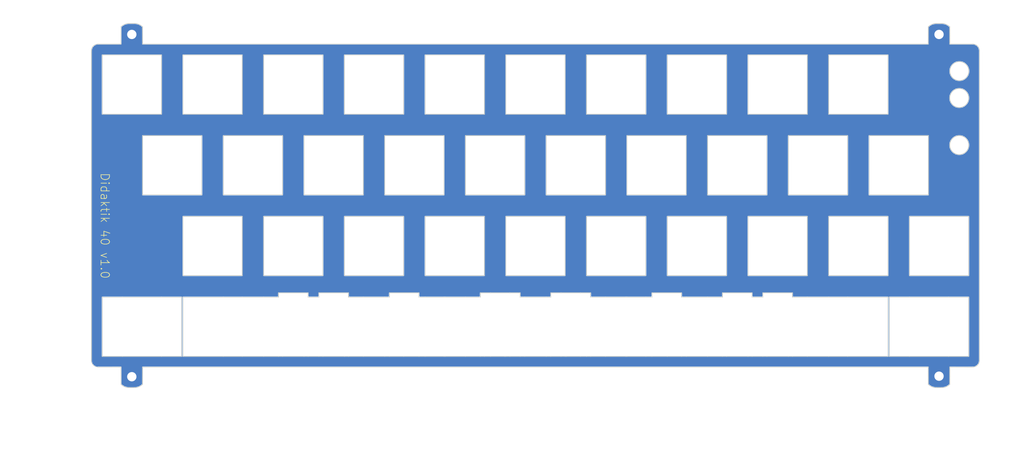
<source format=kicad_pcb>
(kicad_pcb (version 20221018) (generator pcbnew)
  (layers (0 "F.Cu" signal) (31 "B.Cu" signal) (34 "B.Paste" user) (35 "F.Paste" user) (36 "B.SilkS" user "B.Silkscreen") (37 "F.SilkS" user "F.Silkscreen") (38 "B.Mask" user) (39 "F.Mask" user) (44 "Edge.Cuts" user))
  (net 0 "")
  (footprint "MountingHole:MountingHole_2.2mm_M2" (layer "F.Cu") (at 231.775 110.109)
    (fp_text reference "REF**" hide)
    (fp_text value "MountingHole_2.2mm_M2" hide)
    (pad "" np_thru_hole circle (at 0 0) (size 2.2 2.2) (drill 2.2) (layers "*.Cu" "*.Mask"))
  )
  (footprint "MountingHole:MountingHole_2.2mm_M2" (layer "F.Cu") (at 231.775 29.464)
    (fp_text reference "REF**" hide)
    (fp_text value "MountingHole_2.2mm_M2" hide)
    (pad "" np_thru_hole circle (at 0 0) (size 2.2 2.2) (drill 2.2) (layers "*.Cu" "*.Mask"))
  )
  (footprint "MountingHole:MountingHole_2.2mm_M2" (layer "F.Cu") (at 41.275 110.236)
    (fp_text reference "REF**" hide)
    (fp_text value "MountingHole_2.2mm_M2" hide)
    (pad "" np_thru_hole circle (at 0 0) (size 2.2 2.2) (drill 2.2) (layers "*.Cu" "*.Mask"))
  )
  (footprint "MountingHole:MountingHole_2.2mm_M2" (layer "F.Cu") (at 41.275 29.464)
    (fp_text reference "REF**" hide)
    (fp_text value "MountingHole_2.2mm_M2" hide)
    (pad "" np_thru_hole circle (at 0 0) (size 2.2 2.2) (drill 2.2) (layers "*.Cu" "*.Mask"))
  )
  (gr_line (start 238.79 105.44) (end 238.79 91.44) (stroke (width 0.2)) (layer "Edge.Cuts"))
  (gr_line (start 125.928 105.44) (end 129.2525 105.44) (stroke (width 0.2)) (layer "Edge.Cuts"))
  (gr_line (start 76.865 53.34) (end 62.865 53.34) (stroke (width 0.2)) (layer "Edge.Cuts"))
  (gr_line (start 148.59 72.39) (end 148.59 86.39) (stroke (width 0.2)) (layer "Edge.Cuts"))
  (gr_line (start 110.49 72.39) (end 110.49 86.39) (stroke (width 0.2)) (layer "Edge.Cuts"))
  (gr_line (start 224.79 86.39) (end 238.79 86.39) (stroke (width 0.2)) (layer "Edge.Cuts"))
  (gr_line (start 34.29 91.44) (end 34.29 105.44) (stroke (width 0.2)) (layer "Edge.Cuts"))
  (gr_line (start 129.54 105.44) (end 130.515 105.44) (stroke (width 0.2)) (layer "Edge.Cuts"))
  (gr_line (start 191.165 105.44) (end 196.215 105.44) (stroke (width 0.2)) (layer "Edge.Cuts"))
  (gr_line (start 229.235645 107.944387) (end 43.815 107.944387) (stroke (width 0.2)) (layer "Edge.Cuts"))
  (gr_arc (start 231.140645 112.803103) (mid 230.116964 112.599486) (end 229.249134 112.019614) (stroke (width 0.2)) (layer "Edge.Cuts"))
  (gr_line (start 41.910645 112.803103) (end 40.640645 112.803103) (stroke (width 0.2)) (layer "Edge.Cuts"))
  (gr_line (start 110.49 91.44) (end 109.052 91.44) (stroke (width 0.2)) (layer "Edge.Cuts"))
  (gr_line (start 92.415 90.44) (end 85.415 90.44) (stroke (width 0.2)) (layer "Edge.Cuts"))
  (gr_line (start 200.69 48.29) (end 200.69 34.29) (stroke (width 0.2)) (layer "Edge.Cuts"))
  (gr_line (start 238.79 91.44) (end 234.0275 91.44) (stroke (width 0.2)) (layer "Edge.Cuts"))
  (gr_line (start 205.74 86.39) (end 219.74 86.39) (stroke (width 0.2)) (layer "Edge.Cuts"))
  (gr_line (start 196.215 67.34) (end 210.215 67.34) (stroke (width 0.2)) (layer "Edge.Cuts"))
  (gr_line (start 177.165 53.34) (end 177.165 67.34) (stroke (width 0.2)) (layer "Edge.Cuts"))
  (gr_line (start 33.3375 31.75) (end 38.735 31.75) (stroke (width 0.2)) (layer "Edge.Cuts"))
  (gr_line (start 72.39 105.44) (end 75.89 105.44) (stroke (width 0.2)) (layer "Edge.Cuts"))
  (gr_line (start 124.49 48.29) (end 124.49 34.29) (stroke (width 0.2)) (layer "Edge.Cuts"))
  (gr_line (start 172.115 105.44) (end 177.165 105.44) (stroke (width 0.2)) (layer "Edge.Cuts"))
  (gr_line (start 129.54 72.39) (end 129.54 86.39) (stroke (width 0.2)) (layer "Edge.Cuts"))
  (gr_line (start 171.028 91.44) (end 171.028 90.44) (stroke (width 0.2)) (layer "Edge.Cuts"))
  (gr_line (start 82.89 105.44) (end 85.415 105.44) (stroke (width 0.2)) (layer "Edge.Cuts"))
  (gr_line (start 190.19 91.44) (end 187.665 91.44) (stroke (width 0.2)) (layer "Edge.Cuts"))
  (gr_line (start 95.915 67.34) (end 95.915 53.34) (stroke (width 0.2)) (layer "Edge.Cuts"))
  (gr_line (start 148.59 48.29) (end 162.59 48.29) (stroke (width 0.2)) (layer "Edge.Cuts"))
  (gr_line (start 181.64 34.29) (end 167.64 34.29) (stroke (width 0.2)) (layer "Edge.Cuts"))
  (gr_line (start 114.965 91.44) (end 110.49 91.44) (stroke (width 0.2)) (layer "Edge.Cuts"))
  (gr_line (start 53.0525 91.44) (end 48.29 91.44) (stroke (width 0.2)) (layer "Edge.Cuts"))
  (gr_line (start 172.115 91.44) (end 171.028 91.44) (stroke (width 0.2)) (layer "Edge.Cuts"))
  (gr_line (start 62.865 53.34) (end 62.865 67.34) (stroke (width 0.2)) (layer "Edge.Cuts"))
  (gr_line (start 134.015 91.44) (end 132.928 91.44) (stroke (width 0.2)) (layer "Edge.Cuts"))
  (gr_line (start 186.69 86.39) (end 200.69 86.39) (stroke (width 0.2)) (layer "Edge.Cuts"))
  (gr_line (start 229.265 67.34) (end 229.265 53.34) (stroke (width 0.2)) (layer "Edge.Cuts"))
  (gr_line (start 86.39 105.44) (end 91.44 105.44) (stroke (width 0.2)) (layer "Edge.Cuts"))
  (gr_line (start 43.815 53.34) (end 43.815 67.34) (stroke (width 0.2)) (layer "Edge.Cuts"))
  (gr_line (start 162.59 91.44) (end 158.115 91.44) (stroke (width 0.2)) (layer "Edge.Cuts"))
  (gr_line (start 177.165 105.44) (end 180.665 105.44) (stroke (width 0.2)) (layer "Edge.Cuts"))
  (gr_line (start 124.49 34.29) (end 110.49 34.29) (stroke (width 0.2)) (layer "Edge.Cuts"))
  (gr_line (start 162.59 105.44) (end 164.028 105.44) (stroke (width 0.2)) (layer "Edge.Cuts"))
  (gr_arc (start 43.802156 112.019614) (mid 42.934327 112.59949) (end 41.910645 112.803103) (stroke (width 0.2)) (layer "Edge.Cuts"))
  (gr_line (start 187.665 90.44) (end 180.665 90.44) (stroke (width 0.2)) (layer "Edge.Cuts"))
  (gr_line (start 148.59 34.29) (end 148.59 48.29) (stroke (width 0.2)) (layer "Edge.Cuts"))
  (gr_arc (start 41.909355 26.891284) (mid 42.93304 27.094889) (end 43.800866 27.674773) (stroke (width 0.2)) (layer "Edge.Cuts"))
  (gr_line (start 120.015 105.44) (end 123.515 105.44) (stroke (width 0.2)) (layer "Edge.Cuts"))
  (gr_line (start 186.69 72.39) (end 186.69 86.39) (stroke (width 0.2)) (layer "Edge.Cuts"))
  (gr_line (start 91.44 34.29) (end 91.44 48.29) (stroke (width 0.2)) (layer "Edge.Cuts"))
  (gr_line (start 172.115 67.34) (end 172.115 53.34) (stroke (width 0.2)) (layer "Edge.Cuts"))
  (gr_arc (start 239.7125 31.75) (mid 240.835032 32.214968) (end 241.3 33.3375) (stroke (width 0.2)) (layer "Edge.Cuts"))
  (gr_arc (start 241.3 106.3625) (mid 240.835207 107.48603) (end 239.7125 107.952807) (stroke (width 0.2)) (layer "Edge.Cuts"))
  (gr_arc (start 234.302156 112.019614) (mid 233.434331 112.599493) (end 232.410645 112.803103) (stroke (width 0.2)) (layer "Edge.Cuts"))
  (gr_line (start 86.39 34.29) (end 72.39 34.29) (stroke (width 0.2)) (layer "Edge.Cuts"))
  (gr_line (start 114.965 105.44) (end 115.2525 105.44) (stroke (width 0.2)) (layer "Edge.Cuts"))
  (gr_line (start 139.065 105.44) (end 140.152 105.44) (stroke (width 0.2)) (layer "Edge.Cuts"))
  (gr_line (start 39.0525 105.44) (end 48.29 105.44) (stroke (width 0.2)) (layer "Edge.Cuts"))
  (gr_line (start 181.64 48.29) (end 181.64 34.29) (stroke (width 0.2)) (layer "Edge.Cuts"))
  (gr_line (start 53.0525 105.44) (end 53.0525 91.44) (stroke (width 0.2)) (layer "Edge.Cuts"))
  (gr_line (start 186.69 105.44) (end 187.665 105.44) (stroke (width 0.2)) (layer "Edge.Cuts"))
  (gr_line (start 219.74 86.39) (end 219.74 72.39) (stroke (width 0.2)) (layer "Edge.Cuts"))
  (gr_line (start 205.74 48.29) (end 219.74 48.29) (stroke (width 0.2)) (layer "Edge.Cuts"))
  (gr_line (start 62.865 67.34) (end 76.865 67.34) (stroke (width 0.2)) (layer "Edge.Cuts"))
  (gr_line (start 53.34 48.29) (end 67.34 48.29) (stroke (width 0.2)) (layer "Edge.Cuts"))
  (gr_circle (center 236.572361 38.112584) (end 238.822361 38.112584) (stroke (width 0.2)) (fill none) (layer "Edge.Cuts"))
  (gr_line (start 164.028 105.44) (end 167.64 105.44) (stroke (width 0.2)) (layer "Edge.Cuts"))
  (gr_line (start 40.639355 26.891284) (end 41.909355 26.891284) (stroke (width 0.2)) (layer "Edge.Cuts"))
  (gr_line (start 140.152 90.44) (end 140.152 91.44) (stroke (width 0.2)) (layer "Edge.Cuts"))
  (gr_line (start 38.735 107.944387) (end 33.3375 107.95) (stroke (width 0.2)) (layer "Edge.Cuts"))
  (gr_line (start 238.79 86.39) (end 238.79 72.39) (stroke (width 0.2)) (layer "Edge.Cuts"))
  (gr_line (start 38.747844 27.674773) (end 38.735 31.75) (stroke (width 0.2)) (layer "Edge.Cuts"))
  (gr_line (start 67.34 105.44) (end 72.39 105.44) (stroke (width 0.2)) (layer "Edge.Cuts"))
  (gr_line (start 91.44 86.39) (end 105.44 86.39) (stroke (width 0.2)) (layer "Edge.Cuts"))
  (gr_line (start 95.915 53.34) (end 81.915 53.34) (stroke (width 0.2)) (layer "Edge.Cuts"))
  (gr_line (start 34.29 48.29) (end 48.29 48.29) (stroke (width 0.2)) (layer "Edge.Cuts"))
  (gr_line (start 43.815 67.34) (end 57.815 67.34) (stroke (width 0.2)) (layer "Edge.Cuts"))
  (gr_line (start 220.0275 91.44) (end 220.0275 105.44) (stroke (width 0.2)) (layer "Edge.Cuts"))
  (gr_line (start 177.165 91.44) (end 172.115 91.44) (stroke (width 0.2)) (layer "Edge.Cuts"))
  (gr_line (start 125.928 90.44) (end 123.515 90.44) (stroke (width 0.2)) (layer "Edge.Cuts"))
  (gr_line (start 187.665 91.44) (end 187.665 90.44) (stroke (width 0.2)) (layer "Edge.Cuts"))
  (gr_line (start 43.800866 27.674773) (end 43.814355 31.75) (stroke (width 0.2)) (layer "Edge.Cuts"))
  (gr_line (start 162.59 34.29) (end 148.59 34.29) (stroke (width 0.2)) (layer "Edge.Cuts"))
  (gr_line (start 197.19 91.44) (end 197.19 90.44) (stroke (width 0.2)) (layer "Edge.Cuts"))
  (gr_line (start 53.34 91.44) (end 53.34 105.44) (stroke (width 0.2)) (layer "Edge.Cuts"))
  (gr_line (start 130.515 90.44) (end 125.928 90.44) (stroke (width 0.2)) (layer "Edge.Cuts"))
  (gr_line (start 124.49 86.39) (end 124.49 72.39) (stroke (width 0.2)) (layer "Edge.Cuts"))
  (gr_line (start 109.052 91.44) (end 109.052 90.44) (stroke (width 0.2)) (layer "Edge.Cuts"))
  (gr_line (start 180.665 105.44) (end 181.64 105.44) (stroke (width 0.2)) (layer "Edge.Cuts"))
  (gr_line (start 153.065 67.34) (end 153.065 53.34) (stroke (width 0.2)) (layer "Edge.Cuts"))
  (gr_line (start 43.802156 112.019614) (end 43.815 107.944387) (stroke (width 0.2)) (layer "Edge.Cuts"))
  (gr_line (start 115.2525 91.44) (end 114.965 91.44) (stroke (width 0.2)) (layer "Edge.Cuts"))
  (gr_line (start 167.64 48.29) (end 181.64 48.29) (stroke (width 0.2)) (layer "Edge.Cuts"))
  (gr_line (start 210.215 91.44) (end 205.74 91.44) (stroke (width 0.2)) (layer "Edge.Cuts"))
  (gr_line (start 67.34 72.39) (end 53.34 72.39) (stroke (width 0.2)) (layer "Edge.Cuts"))
  (gr_line (start 153.065 105.44) (end 157.8275 105.44) (stroke (width 0.2)) (layer "Edge.Cuts"))
  (gr_line (start 120.015 91.44) (end 115.2525 91.44) (stroke (width 0.2)) (layer "Edge.Cuts"))
  (gr_line (start 229.247844 27.674773) (end 229.235 31.75) (stroke (width 0.2)) (layer "Edge.Cuts"))
  (gr_line (start 224.79 72.39) (end 224.79 86.39) (stroke (width 0.2)) (layer "Edge.Cuts"))
  (gr_line (start 219.74 105.44) (end 219.74 91.44) (stroke (width 0.2)) (layer "Edge.Cuts"))
  (gr_line (start 110.49 34.29) (end 110.49 48.29) (stroke (width 0.2)) (layer "Edge.Cuts"))
  (gr_line (start 149.565 91.44) (end 149.565 90.44) (stroke (width 0.2)) (layer "Edge.Cuts"))
  (gr_line (start 95.915 91.44) (end 92.415 91.44) (stroke (width 0.2)) (layer "Edge.Cuts"))
  (gr_line (start 140.152 105.44) (end 142.565 105.44) (stroke (width 0.2)) (layer "Edge.Cuts"))
  (gr_line (start 92.415 91.44) (end 92.415 90.44) (stroke (width 0.2)) (layer "Edge.Cuts"))
  (gr_line (start 186.69 34.29) (end 186.69 48.29) (stroke (width 0.2)) (layer "Edge.Cuts"))
  (gr_line (start 110.49 86.39) (end 124.49 86.39) (stroke (width 0.2)) (layer "Edge.Cuts"))
  (gr_line (start 81.915 67.34) (end 95.915 67.34) (stroke (width 0.2)) (layer "Edge.Cuts"))
  (gr_line (start 102.052 105.44) (end 105.44 105.44) (stroke (width 0.2)) (layer "Edge.Cuts"))
  (gr_line (start 197.19 105.44) (end 200.69 105.44) (stroke (width 0.2)) (layer "Edge.Cuts"))
  (gr_line (start 105.44 34.29) (end 91.44 34.29) (stroke (width 0.2)) (layer "Edge.Cuts"))
  (gr_line (start 234.302156 112.019614) (end 234.315 107.944387) (stroke (width 0.2)) (layer "Edge.Cuts"))
  (gr_line (start 124.49 105.44) (end 125.928 105.44) (stroke (width 0.2)) (layer "Edge.Cuts"))
  (gr_line (start 140.152 91.44) (end 139.065 91.44) (stroke (width 0.2)) (layer "Edge.Cuts"))
  (gr_line (start 180.665 91.44) (end 177.165 91.44) (stroke (width 0.2)) (layer "Edge.Cuts"))
  (gr_line (start 191.165 67.34) (end 191.165 53.34) (stroke (width 0.2)) (layer "Edge.Cuts"))
  (gr_line (start 162.59 86.39) (end 162.59 72.39) (stroke (width 0.2)) (layer "Edge.Cuts"))
  (gr_line (start 53.34 34.29) (end 53.34 48.29) (stroke (width 0.2)) (layer "Edge.Cuts"))
  (gr_line (start 48.29 48.29) (end 48.29 34.29) (stroke (width 0.2)) (layer "Edge.Cuts"))
  (gr_line (start 229.265 53.34) (end 215.265 53.34) (stroke (width 0.2)) (layer "Edge.Cuts"))
  (gr_line (start 167.64 34.29) (end 167.64 48.29) (stroke (width 0.2)) (layer "Edge.Cuts"))
  (gr_line (start 229.249134 112.019614) (end 229.235645 107.944387) (stroke (width 0.2)) (layer "Edge.Cuts"))
  (gr_line (start 180.665 90.44) (end 180.665 91.44) (stroke (width 0.2)) (layer "Edge.Cuts"))
  (gr_line (start 39.0525 91.44) (end 34.29 91.44) (stroke (width 0.2)) (layer "Edge.Cuts"))
  (gr_line (start 219.74 48.29) (end 219.74 34.29) (stroke (width 0.2)) (layer "Edge.Cuts"))
  (gr_line (start 72.39 48.29) (end 86.39 48.29) (stroke (width 0.2)) (layer "Edge.Cuts"))
  (gr_line (start 167.64 72.39) (end 167.64 86.39) (stroke (width 0.2)) (layer "Edge.Cuts"))
  (gr_line (start 200.69 34.29) (end 186.69 34.29) (stroke (width 0.2)) (layer "Edge.Cuts"))
  (gr_line (start 149.565 90.44) (end 147.152 90.44) (stroke (width 0.2)) (layer "Edge.Cuts"))
  (gr_line (start 62.865 105.44) (end 67.34 105.44) (stroke (width 0.2)) (layer "Edge.Cuts"))
  (gr_line (start 234.0275 105.44) (end 238.79 105.44) (stroke (width 0.2)) (layer "Edge.Cuts"))
  (gr_line (start 72.39 72.39) (end 72.39 86.39) (stroke (width 0.2)) (layer "Edge.Cuts"))
  (gr_line (start 197.19 90.44) (end 190.19 90.44) (stroke (width 0.2)) (layer "Edge.Cuts"))
  (gr_arc (start 31.75 33.3375) (mid 32.214968 32.214968) (end 33.3375 31.75) (stroke (width 0.2)) (layer "Edge.Cuts"))
  (gr_line (start 72.39 34.29) (end 72.39 48.29) (stroke (width 0.2)) (layer "Edge.Cuts"))
  (gr_line (start 147.152 90.44) (end 142.565 90.44) (stroke (width 0.2)) (layer "Edge.Cuts"))
  (gr_line (start 205.74 34.29) (end 205.74 48.29) (stroke (width 0.2)) (layer "Edge.Cuts"))
  (gr_line (start 53.34 72.39) (end 53.34 86.39) (stroke (width 0.2)) (layer "Edge.Cuts"))
  (gr_line (start 67.34 86.39) (end 67.34 72.39) (stroke (width 0.2)) (layer "Edge.Cuts"))
  (gr_line (start 234.315 31.75) (end 239.7125 31.75) (stroke (width 0.2)) (layer "Edge.Cuts"))
  (gr_line (start 100.965 53.34) (end 100.965 67.34) (stroke (width 0.2)) (layer "Edge.Cuts"))
  (gr_line (start 82.89 91.44) (end 82.89 90.44) (stroke (width 0.2)) (layer "Edge.Cuts"))
  (gr_line (start 215.265 53.34) (end 215.265 67.34) (stroke (width 0.2)) (layer "Edge.Cuts"))
  (gr_line (start 114.965 53.34) (end 100.965 53.34) (stroke (width 0.2)) (layer "Edge.Cuts"))
  (gr_line (start 91.44 105.44) (end 92.415 105.44) (stroke (width 0.2)) (layer "Edge.Cuts"))
  (gr_line (start 85.415 91.44) (end 82.89 91.44) (stroke (width 0.2)) (layer "Edge.Cuts"))
  (gr_line (start 238.79 72.39) (end 224.79 72.39) (stroke (width 0.2)) (layer "Edge.Cuts"))
  (gr_line (start 102.052 90.44) (end 102.052 91.44) (stroke (width 0.2)) (layer "Edge.Cuts"))
  (gr_line (start 57.815 53.34) (end 43.815 53.34) (stroke (width 0.2)) (layer "Edge.Cuts"))
  (gr_circle (center 236.549797 44.462584) (end 238.799797 44.462584) (stroke (width 0.2)) (fill none) (layer "Edge.Cuts"))
  (gr_line (start 134.015 53.34) (end 120.015 53.34) (stroke (width 0.2)) (layer "Edge.Cuts"))
  (gr_line (start 85.415 90.44) (end 85.415 91.44) (stroke (width 0.2)) (layer "Edge.Cuts"))
  (gr_line (start 129.54 34.29) (end 129.54 48.29) (stroke (width 0.2)) (layer "Edge.Cuts"))
  (gr_line (start 86.39 48.29) (end 86.39 34.29) (stroke (width 0.2)) (layer "Edge.Cuts"))
  (gr_line (start 190.19 105.44) (end 191.165 105.44) (stroke (width 0.2)) (layer "Edge.Cuts"))
  (gr_line (start 190.19 90.44) (end 190.19 91.44) (stroke (width 0.2)) (layer "Edge.Cuts"))
  (gr_line (start 187.665 105.44) (end 190.19 105.44) (stroke (width 0.2)) (layer "Edge.Cuts"))
  (gr_line (start 149.565 105.44) (end 153.065 105.44) (stroke (width 0.2)) (layer "Edge.Cuts"))
  (gr_line (start 143.54 72.39) (end 129.54 72.39) (stroke (width 0.2)) (layer "Edge.Cuts"))
  (gr_line (start 167.64 105.44) (end 171.028 105.44) (stroke (width 0.2)) (layer "Edge.Cuts"))
  (gr_line (start 205.74 91.44) (end 200.69 91.44) (stroke (width 0.2)) (layer "Edge.Cuts"))
  (gr_line (start 130.515 105.44) (end 132.928 105.44) (stroke (width 0.2)) (layer "Edge.Cuts"))
  (gr_line (start 53.34 86.39) (end 67.34 86.39) (stroke (width 0.2)) (layer "Edge.Cuts"))
  (gr_line (start 167.64 86.39) (end 181.64 86.39) (stroke (width 0.2)) (layer "Edge.Cuts"))
  (gr_line (start 72.39 86.39) (end 86.39 86.39) (stroke (width 0.2)) (layer "Edge.Cuts"))
  (gr_line (start 105.44 72.39) (end 91.44 72.39) (stroke (width 0.2)) (layer "Edge.Cuts"))
  (gr_line (start 210.215 105.44) (end 219.74 105.44) (stroke (width 0.2)) (layer "Edge.Cuts"))
  (gr_line (start 143.54 105.44) (end 143.8275 105.44) (stroke (width 0.2)) (layer "Edge.Cuts"))
  (gr_line (start 158.115 105.44) (end 162.59 105.44) (stroke (width 0.2)) (layer "Edge.Cuts"))
  (gr_line (start 132.928 90.44) (end 130.515 90.44) (stroke (width 0.2)) (layer "Edge.Cuts"))
  (gr_line (start 67.34 48.29) (end 67.34 34.29) (stroke (width 0.2)) (layer "Edge.Cuts"))
  (gr_line (start 72.39 91.44) (end 67.34 91.44) (stroke (width 0.2)) (layer "Edge.Cuts"))
  (gr_line (start 224.79 105.44) (end 234.0275 105.44) (stroke (width 0.2)) (layer "Edge.Cuts"))
  (gr_line (start 81.915 105.44) (end 82.89 105.44) (stroke (width 0.2)) (layer "Edge.Cuts"))
  (gr_line (start 142.565 105.44) (end 143.54 105.44) (stroke (width 0.2)) (layer "Edge.Cuts"))
  (gr_line (start 177.165 67.34) (end 191.165 67.34) (stroke (width 0.2)) (layer "Edge.Cuts"))
  (gr_line (start 219.74 34.29) (end 205.74 34.29) (stroke (width 0.2)) (layer "Edge.Cuts"))
  (gr_line (start 48.29 91.44) (end 39.0525 91.44) (stroke (width 0.2)) (layer "Edge.Cuts"))
  (gr_line (start 224.79 91.44) (end 220.0275 91.44) (stroke (width 0.2)) (layer "Edge.Cuts"))
  (gr_line (start 132.928 91.44) (end 132.928 90.44) (stroke (width 0.2)) (layer "Edge.Cuts"))
  (gr_circle (center 236.5525 55.5775) (end 238.8025 55.5775) (stroke (width 0.2)) (fill none) (layer "Edge.Cuts"))
  (gr_line (start 132.928 105.44) (end 134.015 105.44) (stroke (width 0.2)) (layer "Edge.Cuts"))
  (gr_line (start 38.749134 112.019614) (end 38.735 107.944387) (stroke (width 0.2)) (layer "Edge.Cuts"))
  (gr_line (start 143.54 48.29) (end 143.54 34.29) (stroke (width 0.2)) (layer "Edge.Cuts"))
  (gr_line (start 164.028 91.44) (end 162.59 91.44) (stroke (width 0.2)) (layer "Edge.Cuts"))
  (gr_line (start 172.115 53.34) (end 158.115 53.34) (stroke (width 0.2)) (layer "Edge.Cuts"))
  (gr_line (start 186.69 48.29) (end 200.69 48.29) (stroke (width 0.2)) (layer "Edge.Cuts"))
  (gr_line (start 124.49 72.39) (end 110.49 72.39) (stroke (width 0.2)) (layer "Edge.Cuts"))
  (gr_line (start 196.215 53.34) (end 196.215 67.34) (stroke (width 0.2)) (layer "Edge.Cuts"))
  (gr_line (start 143.54 86.39) (end 143.54 72.39) (stroke (width 0.2)) (layer "Edge.Cuts"))
  (gr_line (start 162.59 72.39) (end 148.59 72.39) (stroke (width 0.2)) (layer "Edge.Cuts"))
  (gr_line (start 157.8275 105.44) (end 158.115 105.44) (stroke (width 0.2)) (layer "Edge.Cuts"))
  (gr_line (start 164.028 90.44) (end 164.028 91.44) (stroke (width 0.2)) (layer "Edge.Cuts"))
  (gr_line (start 200.69 72.39) (end 186.69 72.39) (stroke (width 0.2)) (layer "Edge.Cuts"))
  (gr_line (start 148.59 105.44) (end 149.565 105.44) (stroke (width 0.2)) (layer "Edge.Cuts"))
  (gr_line (start 57.815 67.34) (end 57.815 53.34) (stroke (width 0.2)) (layer "Edge.Cuts"))
  (gr_line (start 109.052 105.44) (end 110.49 105.44) (stroke (width 0.2)) (layer "Edge.Cuts"))
  (gr_line (start 143.54 34.29) (end 129.54 34.29) (stroke (width 0.2)) (layer "Edge.Cuts"))
  (gr_line (start 91.44 48.29) (end 105.44 48.29) (stroke (width 0.2)) (layer "Edge.Cuts"))
  (gr_line (start 102.052 91.44) (end 100.965 91.44) (stroke (width 0.2)) (layer "Edge.Cuts"))
  (gr_line (start 143.8275 105.44) (end 147.152 105.44) (stroke (width 0.2)) (layer "Edge.Cuts"))
  (gr_line (start 171.028 90.44) (end 164.028 90.44) (stroke (width 0.2)) (layer "Edge.Cuts"))
  (gr_line (start 105.44 105.44) (end 109.052 105.44) (stroke (width 0.2)) (layer "Edge.Cuts"))
  (gr_line (start 31.75 106.4895) (end 31.75 33.3375) (stroke (width 0.2)) (layer "Edge.Cuts"))
  (gr_line (start 129.2525 105.44) (end 129.54 105.44) (stroke (width 0.2)) (layer "Edge.Cuts"))
  (gr_arc (start 229.247844 27.674773) (mid 230.115675 27.094903) (end 231.139355 26.891284) (stroke (width 0.2)) (layer "Edge.Cuts"))
  (gr_line (start 82.89 90.44) (end 75.89 90.44) (stroke (width 0.2)) (layer "Edge.Cuts"))
  (gr_line (start 75.89 90.44) (end 75.89 91.44) (stroke (width 0.2)) (layer "Edge.Cuts"))
  (gr_line (start 234.300866 27.674773) (end 234.315 31.75) (stroke (width 0.2)) (layer "Edge.Cuts"))
  (gr_line (start 139.065 91.44) (end 134.015 91.44) (stroke (width 0.2)) (layer "Edge.Cuts"))
  (gr_line (start 205.74 105.44) (end 210.215 105.44) (stroke (width 0.2)) (layer "Edge.Cuts"))
  (gr_line (start 181.64 105.44) (end 186.69 105.44) (stroke (width 0.2)) (layer "Edge.Cuts"))
  (gr_line (start 147.152 105.44) (end 148.59 105.44) (stroke (width 0.2)) (layer "Edge.Cuts"))
  (gr_line (start 34.29 34.29) (end 34.29 48.29) (stroke (width 0.2)) (layer "Edge.Cuts"))
  (gr_line (start 162.59 48.29) (end 162.59 34.29) (stroke (width 0.2)) (layer "Edge.Cuts"))
  (gr_line (start 100.965 67.34) (end 114.965 67.34) (stroke (width 0.2)) (layer "Edge.Cuts"))
  (gr_line (start 81.915 53.34) (end 81.915 67.34) (stroke (width 0.2)) (layer "Edge.Cuts"))
  (gr_line (start 200.69 105.44) (end 205.74 105.44) (stroke (width 0.2)) (layer "Edge.Cuts"))
  (gr_line (start 109.052 90.44) (end 102.052 90.44) (stroke (width 0.2)) (layer "Edge.Cuts"))
  (gr_line (start 158.115 91.44) (end 157.8275 91.44) (stroke (width 0.2)) (layer "Edge.Cuts"))
  (gr_line (start 153.065 91.44) (end 149.565 91.44) (stroke (width 0.2)) (layer "Edge.Cuts"))
  (gr_line (start 215.265 67.34) (end 229.265 67.34) (stroke (width 0.2)) (layer "Edge.Cuts"))
  (gr_line (start 158.115 67.34) (end 172.115 67.34) (stroke (width 0.2)) (layer "Edge.Cuts"))
  (gr_line (start 76.865 105.44) (end 81.915 105.44) (stroke (width 0.2)) (layer "Edge.Cuts"))
  (gr_arc (start 232.409355 26.891284) (mid 233.43304 27.09489) (end 234.300866 27.674773) (stroke (width 0.2)) (layer "Edge.Cuts"))
  (gr_line (start 210.215 67.34) (end 210.215 53.34) (stroke (width 0.2)) (layer "Edge.Cuts"))
  (gr_line (start 85.415 105.44) (end 86.39 105.44) (stroke (width 0.2)) (layer "Edge.Cuts"))
  (gr_line (start 76.865 67.34) (end 76.865 53.34) (stroke (width 0.2)) (layer "Edge.Cuts"))
  (gr_line (start 134.015 105.44) (end 139.065 105.44) (stroke (width 0.2)) (layer "Edge.Cuts"))
  (gr_line (start 34.29 105.44) (end 39.0525 105.44) (stroke (width 0.2)) (layer "Edge.Cuts"))
  (gr_line (start 110.49 105.44) (end 114.965 105.44) (stroke (width 0.2)) (layer "Edge.Cuts"))
  (gr_line (start 129.54 48.29) (end 143.54 48.29) (stroke (width 0.2)) (layer "Edge.Cuts"))
  (gr_line (start 153.065 53.34) (end 139.065 53.34) (stroke (width 0.2)) (layer "Edge.Cuts"))
  (gr_line (start 142.565 90.44) (end 140.152 90.44) (stroke (width 0.2)) (layer "Edge.Cuts"))
  (gr_line (start 100.965 91.44) (end 95.915 91.44) (stroke (width 0.2)) (layer "Edge.Cuts"))
  (gr_line (start 129.54 86.39) (end 143.54 86.39) (stroke (width 0.2)) (layer "Edge.Cuts"))
  (gr_line (start 48.29 34.29) (end 34.29 34.29) (stroke (width 0.2)) (layer "Edge.Cuts"))
  (gr_line (start 86.39 72.39) (end 72.39 72.39) (stroke (width 0.2)) (layer "Edge.Cuts"))
  (gr_line (start 234.0275 91.44) (end 224.79 91.44) (stroke (width 0.2)) (layer "Edge.Cuts"))
  (gr_line (start 171.028 105.44) (end 172.115 105.44) (stroke (width 0.2)) (layer "Edge.Cuts"))
  (gr_line (start 100.965 105.44) (end 102.052 105.44) (stroke (width 0.2)) (layer "Edge.Cuts"))
  (gr_line (start 158.115 53.34) (end 158.115 67.34) (stroke (width 0.2)) (layer "Edge.Cuts"))
  (gr_line (start 120.015 67.34) (end 134.015 67.34) (stroke (width 0.2)) (layer "Edge.Cuts"))
  (gr_line (start 181.64 86.39) (end 181.64 72.39) (stroke (width 0.2)) (layer "Edge.Cuts"))
  (gr_line (start 115.2525 105.44) (end 120.015 105.44) (stroke (width 0.2)) (layer "Edge.Cuts"))
  (gr_line (start 67.34 34.29) (end 53.34 34.29) (stroke (width 0.2)) (layer "Edge.Cuts"))
  (gr_line (start 105.44 48.29) (end 105.44 34.29) (stroke (width 0.2)) (layer "Edge.Cuts"))
  (gr_line (start 232.410645 112.803103) (end 231.140645 112.803103) (stroke (width 0.2)) (layer "Edge.Cuts"))
  (gr_line (start 220.0275 105.44) (end 224.79 105.44) (stroke (width 0.2)) (layer "Edge.Cuts"))
  (gr_line (start 239.7125 107.952807) (end 234.315 107.944387) (stroke (width 0.2)) (layer "Edge.Cuts"))
  (gr_line (start 219.74 72.39) (end 205.74 72.39) (stroke (width 0.2)) (layer "Edge.Cuts"))
  (gr_line (start 53.34 105.44) (end 62.865 105.44) (stroke (width 0.2)) (layer "Edge.Cuts"))
  (gr_line (start 200.69 86.39) (end 200.69 72.39) (stroke (width 0.2)) (layer "Edge.Cuts"))
  (gr_line (start 181.64 72.39) (end 167.64 72.39) (stroke (width 0.2)) (layer "Edge.Cuts"))
  (gr_line (start 241.3 33.3375) (end 241.3 106.3625) (stroke (width 0.2)) (layer "Edge.Cuts"))
  (gr_line (start 91.44 72.39) (end 91.44 86.39) (stroke (width 0.2)) (layer "Edge.Cuts"))
  (gr_line (start 134.015 67.34) (end 134.015 53.34) (stroke (width 0.2)) (layer "Edge.Cuts"))
  (gr_line (start 139.065 53.34) (end 139.065 67.34) (stroke (width 0.2)) (layer "Edge.Cuts"))
  (gr_arc (start 40.640645 112.803103) (mid 39.616966 112.599483) (end 38.749134 112.019614) (stroke (width 0.2)) (layer "Edge.Cuts"))
  (gr_line (start 123.515 105.44) (end 124.49 105.44) (stroke (width 0.2)) (layer "Edge.Cuts"))
  (gr_line (start 191.165 53.34) (end 177.165 53.34) (stroke (width 0.2)) (layer "Edge.Cuts"))
  (gr_line (start 48.29 105.44) (end 53.0525 105.44) (stroke (width 0.2)) (layer "Edge.Cuts"))
  (gr_line (start 219.74 91.44) (end 210.215 91.44) (stroke (width 0.2)) (layer "Edge.Cuts"))
  (gr_line (start 205.74 72.39) (end 205.74 86.39) (stroke (width 0.2)) (layer "Edge.Cuts"))
  (gr_line (start 231.139355 26.891284) (end 232.409355 26.891284) (stroke (width 0.2)) (layer "Edge.Cuts"))
  (gr_line (start 95.915 105.44) (end 100.965 105.44) (stroke (width 0.2)) (layer "Edge.Cuts"))
  (gr_line (start 67.34 91.44) (end 62.865 91.44) (stroke (width 0.2)) (layer "Edge.Cuts"))
  (gr_arc (start 33.3375 107.95) (mid 32.258934 107.529332) (end 31.75 106.4895) (stroke (width 0.15)) (layer "Edge.Cuts"))
  (gr_line (start 210.215 53.34) (end 196.215 53.34) (stroke (width 0.2)) (layer "Edge.Cuts"))
  (gr_line (start 62.865 91.44) (end 53.34 91.44) (stroke (width 0.2)) (layer "Edge.Cuts"))
  (gr_line (start 157.8275 91.44) (end 153.065 91.44) (stroke (width 0.2)) (layer "Edge.Cuts"))
  (gr_line (start 114.965 67.34) (end 114.965 53.34) (stroke (width 0.2)) (layer "Edge.Cuts"))
  (gr_line (start 196.215 105.44) (end 197.19 105.44) (stroke (width 0.2)) (layer "Edge.Cuts"))
  (gr_line (start 123.515 91.44) (end 120.015 91.44) (stroke (width 0.2)) (layer "Edge.Cuts"))
  (gr_line (start 86.39 86.39) (end 86.39 72.39) (stroke (width 0.2)) (layer "Edge.Cuts"))
  (gr_line (start 139.065 67.34) (end 153.065 67.34) (stroke (width 0.2)) (layer "Edge.Cuts"))
  (gr_line (start 43.814355 31.75) (end 229.235 31.75) (stroke (width 0.2)) (layer "Edge.Cuts"))
  (gr_line (start 75.89 105.44) (end 76.865 105.44) (stroke (width 0.2)) (layer "Edge.Cuts"))
  (gr_line (start 123.515 90.44) (end 123.515 91.44) (stroke (width 0.2)) (layer "Edge.Cuts"))
  (gr_line (start 148.59 86.39) (end 162.59 86.39) (stroke (width 0.2)) (layer "Edge.Cuts"))
  (gr_line (start 105.44 86.39) (end 105.44 72.39) (stroke (width 0.2)) (layer "Edge.Cuts"))
  (gr_line (start 120.015 53.34) (end 120.015 67.34) (stroke (width 0.2)) (layer "Edge.Cuts"))
  (gr_line (start 75.89 91.44) (end 72.39 91.44) (stroke (width 0.2)) (layer "Edge.Cuts"))
  (gr_line (start 92.415 105.44) (end 95.915 105.44) (stroke (width 0.2)) (layer "Edge.Cuts"))
  (gr_line (start 110.49 48.29) (end 124.49 48.29) (stroke (width 0.2)) (layer "Edge.Cuts"))
  (gr_line (start 200.69 91.44) (end 197.19 91.44) (stroke (width 0.2)) (layer "Edge.Cuts"))
  (gr_arc (start 38.747844 27.674773) (mid 39.615675 27.094903) (end 40.639355 26.891284) (stroke (width 0.2)) (layer "Edge.Cuts"))
  (gr_text "Didaktik 40 v1.0" (at 34.925 74.6125 -90) (layer "F.SilkS") (effects (font (size 2 2))))
  (zone (net 0) (net_name "") (layers "F&B.Cu") (connect_pads (clearance 0)) (min_thickness 0.254) (fill yes (thermal_gap 0.508) (thermal_bridge_width 0.508))
    (polygon (pts (xy 251.46 127.508) (xy 23.495 127.508) (xy 23.495 21.336) (xy 251.841 21.336)))
  )
)
</source>
